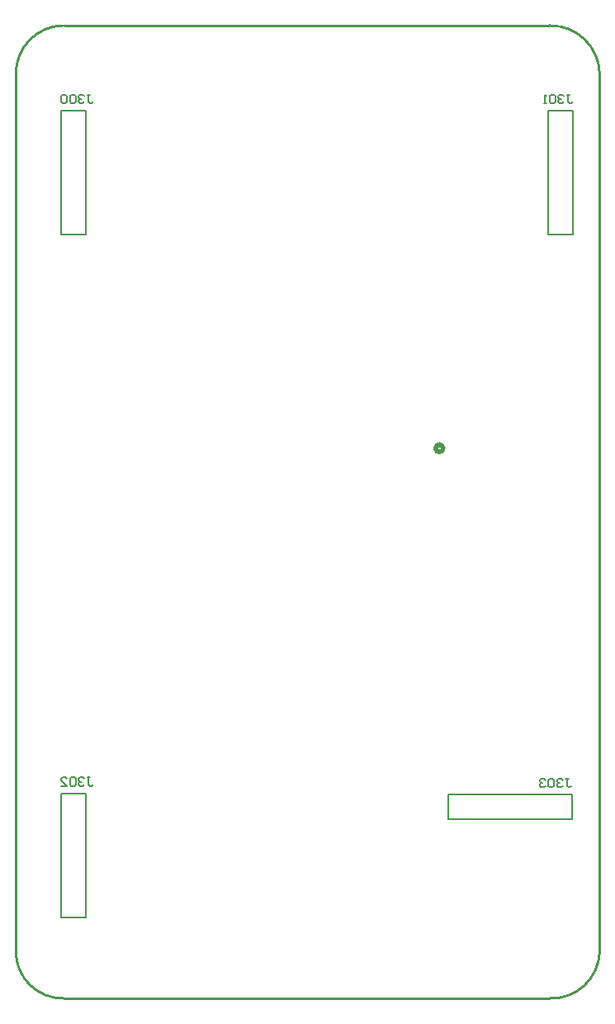
<source format=gbo>
G04*
G04 #@! TF.GenerationSoftware,Altium Limited,Altium Designer,22.6.1 (34)*
G04*
G04 Layer_Color=32896*
%FSLAX25Y25*%
%MOIN*%
G70*
G04*
G04 #@! TF.SameCoordinates,B7B55DA8-A8C8-4B2F-A26B-231347B163EA*
G04*
G04*
G04 #@! TF.FilePolarity,Positive*
G04*
G01*
G75*
%ADD10C,0.02000*%
%ADD11C,0.00600*%
%ADD12C,0.01000*%
%ADD36C,0.00787*%
%ADD37C,0.00800*%
D10*
X172988Y223054D02*
G03*
X172988Y223054I-1500J0D01*
G01*
D11*
X222421Y89716D02*
X223587D01*
X223004D01*
Y86800D01*
X223587Y86217D01*
X224171D01*
X224754Y86800D01*
X221255Y89133D02*
X220672Y89716D01*
X219505D01*
X218922Y89133D01*
Y88550D01*
X219505Y87967D01*
X220089D01*
X219505D01*
X218922Y87384D01*
Y86800D01*
X219505Y86217D01*
X220672D01*
X221255Y86800D01*
X217756Y89133D02*
X217173Y89716D01*
X216006D01*
X215423Y89133D01*
Y86800D01*
X216006Y86217D01*
X217173D01*
X217756Y86800D01*
Y89133D01*
X214257D02*
X213674Y89716D01*
X212508D01*
X211925Y89133D01*
Y88550D01*
X212508Y87967D01*
X213091D01*
X212508D01*
X211925Y87384D01*
Y86800D01*
X212508Y86217D01*
X213674D01*
X214257Y86800D01*
X29321Y90216D02*
X30487D01*
X29904D01*
Y87300D01*
X30487Y86717D01*
X31071D01*
X31654Y87300D01*
X28155Y89633D02*
X27572Y90216D01*
X26405D01*
X25822Y89633D01*
Y89050D01*
X26405Y88467D01*
X26989D01*
X26405D01*
X25822Y87884D01*
Y87300D01*
X26405Y86717D01*
X27572D01*
X28155Y87300D01*
X24656Y89633D02*
X24073Y90216D01*
X22907D01*
X22323Y89633D01*
Y87300D01*
X22907Y86717D01*
X24073D01*
X24656Y87300D01*
Y89633D01*
X18824Y86717D02*
X21157D01*
X18824Y89050D01*
Y89633D01*
X19408Y90216D01*
X20574D01*
X21157Y89633D01*
X222921Y365816D02*
X224087D01*
X223504D01*
Y362900D01*
X224087Y362317D01*
X224671D01*
X225254Y362900D01*
X221755Y365233D02*
X221172Y365816D01*
X220005D01*
X219422Y365233D01*
Y364650D01*
X220005Y364067D01*
X220588D01*
X220005D01*
X219422Y363484D01*
Y362900D01*
X220005Y362317D01*
X221172D01*
X221755Y362900D01*
X218256Y365233D02*
X217673Y365816D01*
X216507D01*
X215923Y365233D01*
Y362900D01*
X216507Y362317D01*
X217673D01*
X218256Y362900D01*
Y365233D01*
X214757Y362317D02*
X213591D01*
X214174D01*
Y365816D01*
X214757Y365233D01*
X29321Y365816D02*
X30487D01*
X29904D01*
Y362900D01*
X30487Y362317D01*
X31071D01*
X31654Y362900D01*
X28155Y365233D02*
X27572Y365816D01*
X26405D01*
X25822Y365233D01*
Y364650D01*
X26405Y364067D01*
X26989D01*
X26405D01*
X25822Y363484D01*
Y362900D01*
X26405Y362317D01*
X27572D01*
X28155Y362900D01*
X24656Y365233D02*
X24073Y365816D01*
X22907D01*
X22323Y365233D01*
Y362900D01*
X22907Y362317D01*
X24073D01*
X24656Y362900D01*
Y365233D01*
X21157D02*
X20574Y365816D01*
X19408D01*
X18824Y365233D01*
Y362900D01*
X19408Y362317D01*
X20574D01*
X21157Y362900D01*
Y365233D01*
D12*
X19685Y393701D02*
G03*
X500Y374016I250J-19435D01*
G01*
X236221D02*
G03*
X216035Y393701I-19935J-250D01*
G01*
Y1000D02*
G03*
X236221Y19685I750J19435D01*
G01*
X500D02*
G03*
X19685Y1000I18935J250D01*
G01*
X236221Y19685D02*
Y374016D01*
X19685Y1000D02*
X19685D01*
X216035D01*
X20000Y393701D02*
X216035D01*
X500Y19685D02*
Y374016D01*
D36*
X224961Y73228D02*
Y83228D01*
X179961D02*
X224961D01*
X179961Y73228D02*
X224961D01*
X28622Y38740D02*
Y83740D01*
X18622Y38740D02*
Y83740D01*
X28622D01*
X225472Y314331D02*
Y359331D01*
X215472Y314331D02*
Y359331D01*
X225472D01*
X28622Y314331D02*
Y359331D01*
X18622Y314331D02*
Y359331D01*
X28622D01*
D37*
X174961Y73228D02*
Y83228D01*
X179961D01*
X174961Y73228D02*
X179961D01*
X28622Y33740D02*
Y38740D01*
X18622Y33740D02*
Y38740D01*
Y33740D02*
X28622D01*
X225472Y309331D02*
Y314331D01*
X215472Y309331D02*
Y314331D01*
Y309331D02*
X225472D01*
X28622D02*
Y314331D01*
X18622Y309331D02*
Y314331D01*
Y309331D02*
X28622D01*
M02*

</source>
